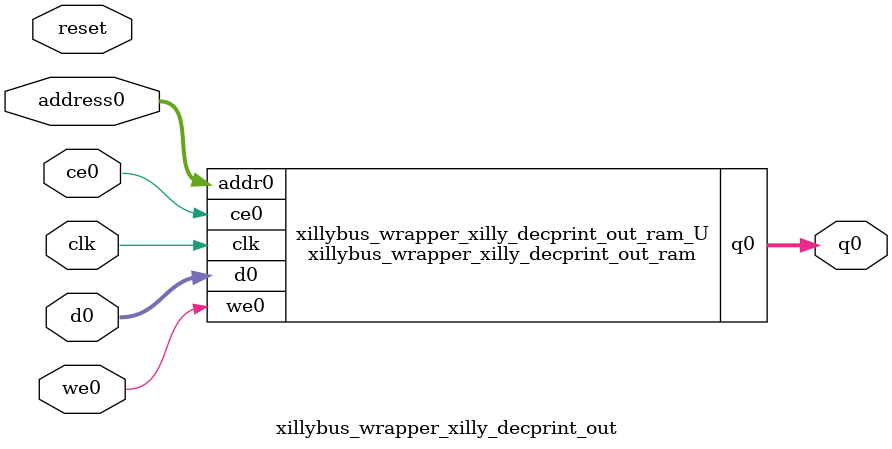
<source format=v>

`timescale 1 ns / 1 ps
module xillybus_wrapper_xilly_decprint_out_ram (addr0, ce0, d0, we0, q0,  clk);

parameter DWIDTH = 8;
parameter AWIDTH = 4;
parameter MEM_SIZE = 11;

input[AWIDTH-1:0] addr0;
input ce0;
input[DWIDTH-1:0] d0;
input we0;
output reg[DWIDTH-1:0] q0;
input clk;

(* ram_style = "distributed" *)reg [DWIDTH-1:0] ram[MEM_SIZE-1:0];




always @(posedge clk)  
begin 
    if (ce0) 
    begin
        if (we0) 
        begin 
            ram[addr0] <= d0; 
            q0 <= d0;
        end 
        else 
            q0 <= ram[addr0];
    end
end


endmodule


`timescale 1 ns / 1 ps
module xillybus_wrapper_xilly_decprint_out(
    reset,
    clk,
    address0,
    ce0,
    we0,
    d0,
    q0);

parameter DataWidth = 32'd8;
parameter AddressRange = 32'd11;
parameter AddressWidth = 32'd4;
input reset;
input clk;
input[AddressWidth - 1:0] address0;
input ce0;
input we0;
input[DataWidth - 1:0] d0;
output[DataWidth - 1:0] q0;



xillybus_wrapper_xilly_decprint_out_ram xillybus_wrapper_xilly_decprint_out_ram_U(
    .clk( clk ),
    .addr0( address0 ),
    .ce0( ce0 ),
    .d0( d0 ),
    .we0( we0 ),
    .q0( q0 ));

endmodule


</source>
